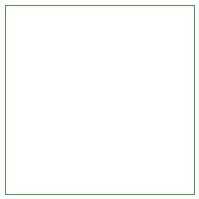
<source format=gbr>
%TF.GenerationSoftware,KiCad,Pcbnew,(6.0.1-0)*%
%TF.CreationDate,2022-02-07T15:37:49-08:00*%
%TF.ProjectId,Untitled,556e7469-746c-4656-942e-6b696361645f,rev?*%
%TF.SameCoordinates,Original*%
%TF.FileFunction,Profile,NP*%
%FSLAX46Y46*%
G04 Gerber Fmt 4.6, Leading zero omitted, Abs format (unit mm)*
G04 Created by KiCad (PCBNEW (6.0.1-0)) date 2022-02-07 15:37:49*
%MOMM*%
%LPD*%
G01*
G04 APERTURE LIST*
%TA.AperFunction,Profile*%
%ADD10C,0.100000*%
%TD*%
G04 APERTURE END LIST*
D10*
X160000000Y-112100000D02*
X144000000Y-112100000D01*
X144000000Y-112100000D02*
X144000000Y-96100000D01*
X144000000Y-96100000D02*
X160000000Y-96100000D01*
X160000000Y-96100000D02*
X160000000Y-112100000D01*
M02*

</source>
